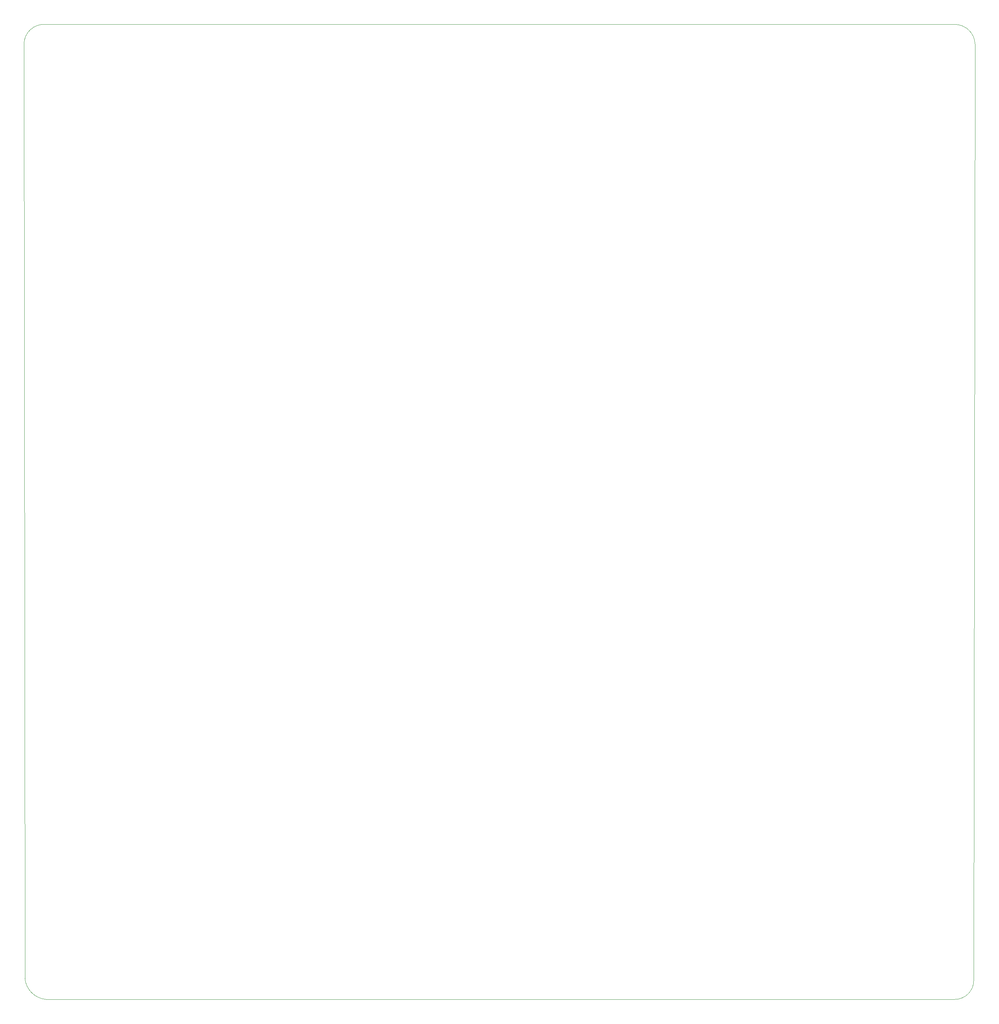
<source format=gbr>
%TF.GenerationSoftware,KiCad,Pcbnew,5.1.6-c6e7f7d~87~ubuntu20.04.1*%
%TF.CreationDate,2020-09-09T13:26:43+02:00*%
%TF.ProjectId,pcb-flat-right,7063622d-666c-4617-942d-72696768742e,rev?*%
%TF.SameCoordinates,Original*%
%TF.FileFunction,Profile,NP*%
%FSLAX46Y46*%
G04 Gerber Fmt 4.6, Leading zero omitted, Abs format (unit mm)*
G04 Created by KiCad (PCBNEW 5.1.6-c6e7f7d~87~ubuntu20.04.1) date 2020-09-09 13:26:43*
%MOMM*%
%LPD*%
G01*
G04 APERTURE LIST*
%TA.AperFunction,Profile*%
%ADD10C,0.100000*%
%TD*%
G04 APERTURE END LIST*
D10*
X250500000Y-250500000D02*
X250799999Y-28400001D01*
X250500000Y-250500000D02*
G75*
G02*
X246000000Y-255000000I-4500000J0D01*
G01*
X30499999Y-254999999D02*
X246000000Y-255000000D01*
X30499999Y-254999998D02*
G75*
G02*
X25500001Y-249999999I500001J5499998D01*
G01*
X25283011Y-28500001D02*
X25500000Y-250000000D01*
X25283011Y-28500001D02*
G75*
G02*
X30399999Y-23800001I4716989J1D01*
G01*
X246000001Y-23795836D02*
X30400000Y-23800000D01*
X246000001Y-23795836D02*
G75*
G02*
X250799999Y-28400001I-1J-4804164D01*
G01*
M02*

</source>
